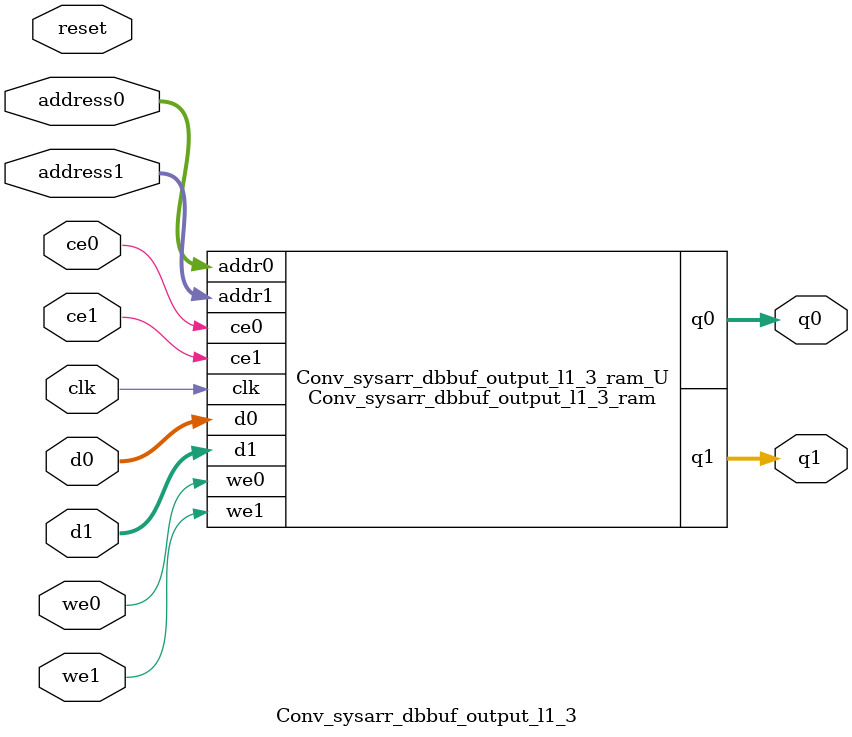
<source format=v>
`timescale 1 ns / 1 ps
module Conv_sysarr_dbbuf_output_l1_3_ram (addr0, ce0, d0, we0, q0, addr1, ce1, d1, we1, q1,  clk);

parameter DWIDTH = 32;
parameter AWIDTH = 9;
parameter MEM_SIZE = 512;

input[AWIDTH-1:0] addr0;
input ce0;
input[DWIDTH-1:0] d0;
input we0;
output reg[DWIDTH-1:0] q0;
input[AWIDTH-1:0] addr1;
input ce1;
input[DWIDTH-1:0] d1;
input we1;
output reg[DWIDTH-1:0] q1;
input clk;

(* ram_style = "block" *)reg [DWIDTH-1:0] ram[0:MEM_SIZE-1];




always @(posedge clk)  
begin 
    if (ce0) begin
        if (we0) 
            ram[addr0] <= d0; 
        q0 <= ram[addr0];
    end
end


always @(posedge clk)  
begin 
    if (ce1) begin
        if (we1) 
            ram[addr1] <= d1; 
        q1 <= ram[addr1];
    end
end


endmodule

`timescale 1 ns / 1 ps
module Conv_sysarr_dbbuf_output_l1_3(
    reset,
    clk,
    address0,
    ce0,
    we0,
    d0,
    q0,
    address1,
    ce1,
    we1,
    d1,
    q1);

parameter DataWidth = 32'd32;
parameter AddressRange = 32'd512;
parameter AddressWidth = 32'd9;
input reset;
input clk;
input[AddressWidth - 1:0] address0;
input ce0;
input we0;
input[DataWidth - 1:0] d0;
output[DataWidth - 1:0] q0;
input[AddressWidth - 1:0] address1;
input ce1;
input we1;
input[DataWidth - 1:0] d1;
output[DataWidth - 1:0] q1;



Conv_sysarr_dbbuf_output_l1_3_ram Conv_sysarr_dbbuf_output_l1_3_ram_U(
    .clk( clk ),
    .addr0( address0 ),
    .ce0( ce0 ),
    .we0( we0 ),
    .d0( d0 ),
    .q0( q0 ),
    .addr1( address1 ),
    .ce1( ce1 ),
    .we1( we1 ),
    .d1( d1 ),
    .q1( q1 ));

endmodule


</source>
